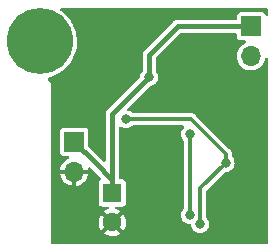
<source format=gbl>
%TF.GenerationSoftware,KiCad,Pcbnew,6.0.6-1.fc35*%
%TF.CreationDate,2022-07-22T15:55:32+02:00*%
%TF.ProjectId,NE555_OC,4e453535-355f-44f4-932e-6b696361645f,rev?*%
%TF.SameCoordinates,Original*%
%TF.FileFunction,Copper,L2,Bot*%
%TF.FilePolarity,Positive*%
%FSLAX46Y46*%
G04 Gerber Fmt 4.6, Leading zero omitted, Abs format (unit mm)*
G04 Created by KiCad (PCBNEW 6.0.6-1.fc35) date 2022-07-22 15:55:32*
%MOMM*%
%LPD*%
G01*
G04 APERTURE LIST*
%TA.AperFunction,ComponentPad*%
%ADD10R,1.700000X1.700000*%
%TD*%
%TA.AperFunction,ComponentPad*%
%ADD11O,1.700000X1.700000*%
%TD*%
%TA.AperFunction,ComponentPad*%
%ADD12C,5.600000*%
%TD*%
%TA.AperFunction,ComponentPad*%
%ADD13R,1.600000X1.600000*%
%TD*%
%TA.AperFunction,ComponentPad*%
%ADD14C,1.600000*%
%TD*%
%TA.AperFunction,ViaPad*%
%ADD15C,0.800000*%
%TD*%
%TA.AperFunction,Conductor*%
%ADD16C,0.406400*%
%TD*%
%TA.AperFunction,Conductor*%
%ADD17C,0.304800*%
%TD*%
G04 APERTURE END LIST*
D10*
%TO.P,J2,1,Pin_1*%
%TO.N,+24V*%
X64897000Y-78735000D03*
D11*
%TO.P,J2,2,Pin_2*%
%TO.N,Net-(D2-Pad2)*%
X64897000Y-81275000D03*
%TD*%
D10*
%TO.P,J1,1,Pin_1*%
%TO.N,+24V*%
X49911000Y-88514000D03*
D11*
%TO.P,J1,2,Pin_2*%
%TO.N,GND*%
X49911000Y-91054000D03*
%TD*%
D12*
%TO.P,ref1,1*%
%TO.N,N/C*%
X46990000Y-80010000D03*
%TD*%
D13*
%TO.P,C4,1*%
%TO.N,+24V*%
X53136800Y-92848421D03*
D14*
%TO.P,C4,2*%
%TO.N,GND*%
X53136800Y-95348421D03*
%TD*%
D15*
%TO.N,+24V*%
X56261000Y-83058000D03*
%TO.N,GND*%
X56261000Y-90297000D03*
X58928000Y-81026000D03*
X55245000Y-94107000D03*
%TO.N,+5V*%
X54305200Y-86614000D03*
X62738000Y-90297000D03*
X60579000Y-95504000D03*
%TO.N,Net-(D1-Pad1)*%
X59690000Y-94742000D03*
X59690000Y-87884000D03*
%TD*%
D16*
%TO.N,+24V*%
X53136800Y-92848421D02*
X53136800Y-91744800D01*
X53136800Y-91744800D02*
X53136800Y-86182200D01*
X51640700Y-90248700D02*
X53136800Y-91744800D01*
X56261000Y-81153000D02*
X58679000Y-78735000D01*
X56261000Y-83058000D02*
X56261000Y-81153000D01*
X53136800Y-86182200D02*
X56261000Y-83058000D01*
X51640700Y-90243700D02*
X49911000Y-88514000D01*
X51640700Y-90243700D02*
X51640700Y-90248700D01*
X58679000Y-78735000D02*
X64897000Y-78735000D01*
D17*
%TO.N,+5V*%
X60579000Y-92456000D02*
X62738000Y-90297000D01*
X62738000Y-90297000D02*
X62738000Y-89509600D01*
X60579000Y-95504000D02*
X60579000Y-92456000D01*
X62738000Y-89509600D02*
X59842400Y-86614000D01*
X59842400Y-86614000D02*
X54305200Y-86614000D01*
%TO.N,Net-(D1-Pad1)*%
X59690000Y-94742000D02*
X59690000Y-87884000D01*
%TD*%
%TA.AperFunction,Conductor*%
%TO.N,GND*%
G36*
X66266621Y-77205502D02*
G01*
X66313114Y-77259158D01*
X66324500Y-77311500D01*
X66324500Y-77723363D01*
X66304498Y-77791484D01*
X66250842Y-77837977D01*
X66180568Y-77848081D01*
X66115988Y-77818587D01*
X66085397Y-77778894D01*
X66040522Y-77687493D01*
X66040521Y-77687491D01*
X66035932Y-77678145D01*
X65953350Y-77595707D01*
X65848518Y-77544464D01*
X65818027Y-77540016D01*
X65784744Y-77535160D01*
X65784740Y-77535160D01*
X65780218Y-77534500D01*
X64013782Y-77534500D01*
X64009232Y-77535170D01*
X64009229Y-77535170D01*
X63954574Y-77543216D01*
X63954573Y-77543216D01*
X63944888Y-77544642D01*
X63932291Y-77550827D01*
X63849493Y-77591478D01*
X63849491Y-77591479D01*
X63840145Y-77596068D01*
X63757707Y-77678650D01*
X63706464Y-77783482D01*
X63696500Y-77851782D01*
X63696500Y-78055300D01*
X63676498Y-78123421D01*
X63622842Y-78169914D01*
X63570500Y-78181300D01*
X58694045Y-78181300D01*
X58688768Y-78181189D01*
X58685951Y-78181071D01*
X58626402Y-78178575D01*
X58608561Y-78182760D01*
X58583757Y-78188577D01*
X58572085Y-78190740D01*
X58559472Y-78192468D01*
X58528699Y-78196683D01*
X58520812Y-78200096D01*
X58520809Y-78200097D01*
X58514766Y-78202712D01*
X58493498Y-78209746D01*
X58487072Y-78211253D01*
X58487066Y-78211255D01*
X58478706Y-78213216D01*
X58440314Y-78234322D01*
X58429669Y-78239537D01*
X58389472Y-78256932D01*
X58382794Y-78262340D01*
X58377674Y-78266486D01*
X58359078Y-78278983D01*
X58345766Y-78286301D01*
X58337601Y-78293348D01*
X58312893Y-78318056D01*
X58303092Y-78326881D01*
X58271575Y-78352403D01*
X58260577Y-78367879D01*
X58246970Y-78383979D01*
X55880130Y-80750820D01*
X55876321Y-80754473D01*
X55830356Y-80796740D01*
X55807273Y-80833969D01*
X55800559Y-80843739D01*
X55779266Y-80871790D01*
X55779264Y-80871793D01*
X55774074Y-80878631D01*
X55770913Y-80886616D01*
X55768486Y-80892746D01*
X55758420Y-80912759D01*
X55750414Y-80925672D01*
X55748018Y-80933918D01*
X55748016Y-80933923D01*
X55738191Y-80967740D01*
X55734348Y-80978966D01*
X55718228Y-81019682D01*
X55717331Y-81028219D01*
X55716640Y-81034789D01*
X55712328Y-81056763D01*
X55708090Y-81071353D01*
X55707300Y-81082110D01*
X55707300Y-81117046D01*
X55706610Y-81130216D01*
X55702370Y-81170556D01*
X55703803Y-81179028D01*
X55703803Y-81179029D01*
X55705535Y-81189268D01*
X55707300Y-81210282D01*
X55707300Y-82498321D01*
X55687298Y-82566442D01*
X55680068Y-82576407D01*
X55675724Y-82580661D01*
X55671906Y-82586586D01*
X55671904Y-82586588D01*
X55630793Y-82650380D01*
X55584515Y-82722190D01*
X55526927Y-82880409D01*
X55526044Y-82887398D01*
X55526042Y-82887407D01*
X55513736Y-82984822D01*
X55485355Y-83049898D01*
X55477825Y-83058125D01*
X52755930Y-85780020D01*
X52752121Y-85783673D01*
X52706156Y-85825940D01*
X52683073Y-85863169D01*
X52676364Y-85872932D01*
X52667028Y-85885231D01*
X52655066Y-85900990D01*
X52655064Y-85900993D01*
X52649874Y-85907831D01*
X52646713Y-85915816D01*
X52644286Y-85921946D01*
X52634220Y-85941959D01*
X52626214Y-85954872D01*
X52623818Y-85963118D01*
X52623816Y-85963123D01*
X52613991Y-85996940D01*
X52610148Y-86008166D01*
X52594028Y-86048882D01*
X52593131Y-86057419D01*
X52592440Y-86063989D01*
X52588128Y-86085963D01*
X52583890Y-86100553D01*
X52583100Y-86111310D01*
X52583100Y-86146246D01*
X52582410Y-86159416D01*
X52578170Y-86199756D01*
X52579603Y-86208228D01*
X52579603Y-86208229D01*
X52581335Y-86218468D01*
X52583100Y-86239482D01*
X52583100Y-90103860D01*
X52563098Y-90171981D01*
X52509442Y-90218474D01*
X52439168Y-90228578D01*
X52374588Y-90199084D01*
X52368005Y-90192955D01*
X52103445Y-89928395D01*
X52091213Y-89913767D01*
X52089399Y-89910467D01*
X52082352Y-89902302D01*
X52057648Y-89877598D01*
X52048823Y-89867797D01*
X52028705Y-89842953D01*
X52028704Y-89842952D01*
X52023297Y-89836275D01*
X52016295Y-89831299D01*
X52016293Y-89831297D01*
X52007824Y-89825279D01*
X51991718Y-89811668D01*
X51148405Y-88968355D01*
X51114379Y-88906043D01*
X51111500Y-88879260D01*
X51111500Y-87630782D01*
X51102871Y-87572162D01*
X51102784Y-87571574D01*
X51102784Y-87571573D01*
X51101358Y-87561888D01*
X51049932Y-87457145D01*
X50967350Y-87374707D01*
X50954540Y-87368445D01*
X50910289Y-87346815D01*
X50862518Y-87323464D01*
X50832027Y-87319016D01*
X50798744Y-87314160D01*
X50798740Y-87314160D01*
X50794218Y-87313500D01*
X49027782Y-87313500D01*
X49023232Y-87314170D01*
X49023229Y-87314170D01*
X48968574Y-87322216D01*
X48968573Y-87322216D01*
X48958888Y-87323642D01*
X48916690Y-87344360D01*
X48863493Y-87370478D01*
X48863491Y-87370479D01*
X48854145Y-87375068D01*
X48771707Y-87457650D01*
X48720464Y-87562482D01*
X48710500Y-87630782D01*
X48710500Y-89397218D01*
X48711170Y-89401768D01*
X48711170Y-89401771D01*
X48719216Y-89456426D01*
X48720642Y-89466112D01*
X48772068Y-89570855D01*
X48854650Y-89653293D01*
X48959482Y-89704536D01*
X48989973Y-89708984D01*
X49023256Y-89713840D01*
X49023260Y-89713840D01*
X49027782Y-89714500D01*
X49369015Y-89714500D01*
X49437136Y-89734502D01*
X49483629Y-89788158D01*
X49493733Y-89858432D01*
X49464239Y-89923012D01*
X49412625Y-89958712D01*
X49397592Y-89964258D01*
X49387210Y-89969210D01*
X49207604Y-90076064D01*
X49198292Y-90082829D01*
X49041163Y-90220629D01*
X49033246Y-90228972D01*
X48903862Y-90393095D01*
X48897591Y-90402751D01*
X48800287Y-90587696D01*
X48795881Y-90598333D01*
X48733908Y-90797917D01*
X48731515Y-90809173D01*
X48725380Y-90861012D01*
X48727822Y-90875431D01*
X48740564Y-90879000D01*
X51081946Y-90879000D01*
X51096491Y-90874729D01*
X51098554Y-90862595D01*
X51096490Y-90840134D01*
X51094393Y-90828823D01*
X51090576Y-90815288D01*
X51091336Y-90744295D01*
X51130356Y-90684983D01*
X51195249Y-90656183D01*
X51265411Y-90667038D01*
X51300940Y-90691990D01*
X52165341Y-91556391D01*
X52199367Y-91618703D01*
X52194302Y-91689518D01*
X52151755Y-91746354D01*
X52147743Y-91748812D01*
X52147761Y-91748837D01*
X52139293Y-91754899D01*
X52129945Y-91759489D01*
X52047507Y-91842071D01*
X51996264Y-91946903D01*
X51986300Y-92015203D01*
X51986300Y-93681639D01*
X51986970Y-93686189D01*
X51986970Y-93686192D01*
X51995016Y-93740847D01*
X51996442Y-93750533D01*
X52047868Y-93855276D01*
X52130450Y-93937714D01*
X52235282Y-93988957D01*
X52265773Y-93993405D01*
X52299056Y-93998261D01*
X52299060Y-93998261D01*
X52303582Y-93998921D01*
X52766391Y-93998921D01*
X52834512Y-94018923D01*
X52881005Y-94072579D01*
X52891109Y-94142853D01*
X52861615Y-94207433D01*
X52810002Y-94243133D01*
X52645007Y-94304003D01*
X52634629Y-94308953D01*
X52464612Y-94410102D01*
X52458902Y-94419105D01*
X52464734Y-94428867D01*
X53123989Y-95088123D01*
X53137932Y-95095736D01*
X53139766Y-95095605D01*
X53146380Y-95091354D01*
X53806038Y-94431695D01*
X53812795Y-94419320D01*
X53806765Y-94411264D01*
X53666009Y-94322455D01*
X53655765Y-94317235D01*
X53467065Y-94241951D01*
X53411206Y-94198130D01*
X53387906Y-94131066D01*
X53404562Y-94062051D01*
X53455886Y-94012996D01*
X53513756Y-93998921D01*
X53970018Y-93998921D01*
X53974568Y-93998251D01*
X53974571Y-93998251D01*
X54029226Y-93990205D01*
X54029227Y-93990205D01*
X54038912Y-93988779D01*
X54133604Y-93942288D01*
X54134307Y-93941943D01*
X54134309Y-93941942D01*
X54143655Y-93937353D01*
X54226093Y-93854771D01*
X54277336Y-93749939D01*
X54287300Y-93681639D01*
X54287300Y-92015203D01*
X54278671Y-91956583D01*
X54278584Y-91955995D01*
X54278584Y-91955994D01*
X54277158Y-91946309D01*
X54225732Y-91841566D01*
X54143150Y-91759128D01*
X54038318Y-91707885D01*
X54007827Y-91703437D01*
X53974544Y-91698581D01*
X53974540Y-91698581D01*
X53970018Y-91697921D01*
X53816500Y-91697921D01*
X53748379Y-91677919D01*
X53701886Y-91624263D01*
X53690500Y-91571921D01*
X53690500Y-87341741D01*
X53710502Y-87273620D01*
X53764158Y-87227127D01*
X53834432Y-87217023D01*
X53885491Y-87236308D01*
X53964675Y-87288125D01*
X54122489Y-87346815D01*
X54129470Y-87347746D01*
X54129472Y-87347747D01*
X54175012Y-87353823D01*
X54289383Y-87369083D01*
X54296394Y-87368445D01*
X54296398Y-87368445D01*
X54450043Y-87354462D01*
X54457064Y-87353823D01*
X54463766Y-87351645D01*
X54463768Y-87351645D01*
X54610498Y-87303970D01*
X54610501Y-87303969D01*
X54617197Y-87301793D01*
X54761823Y-87215578D01*
X54766917Y-87210727D01*
X54766921Y-87210724D01*
X54828950Y-87151654D01*
X54892075Y-87119162D01*
X54915842Y-87116900D01*
X59091864Y-87116900D01*
X59159985Y-87136902D01*
X59206478Y-87190558D01*
X59216582Y-87260832D01*
X59187088Y-87325412D01*
X59180022Y-87332923D01*
X59109756Y-87401733D01*
X59104724Y-87406661D01*
X59013515Y-87548190D01*
X59011105Y-87554810D01*
X59011104Y-87554813D01*
X58985111Y-87626229D01*
X58955927Y-87706409D01*
X58934825Y-87873455D01*
X58951255Y-88041025D01*
X59004402Y-88200791D01*
X59091624Y-88344812D01*
X59120122Y-88374322D01*
X59151737Y-88407061D01*
X59184669Y-88469958D01*
X59187100Y-88494588D01*
X59187100Y-94131027D01*
X59167098Y-94199148D01*
X59149258Y-94221050D01*
X59126708Y-94243133D01*
X59104724Y-94264661D01*
X59013515Y-94406190D01*
X59011105Y-94412810D01*
X59011104Y-94412813D01*
X58984721Y-94485299D01*
X58955927Y-94564409D01*
X58934825Y-94731455D01*
X58935512Y-94738462D01*
X58935512Y-94738465D01*
X58944399Y-94829104D01*
X58951255Y-94899025D01*
X59004402Y-95058791D01*
X59008049Y-95064813D01*
X59008050Y-95064815D01*
X59072778Y-95171693D01*
X59091624Y-95202812D01*
X59208586Y-95323929D01*
X59214483Y-95327788D01*
X59343577Y-95412266D01*
X59343581Y-95412268D01*
X59349475Y-95416125D01*
X59507289Y-95474815D01*
X59514270Y-95475746D01*
X59514272Y-95475747D01*
X59566424Y-95482705D01*
X59674183Y-95497083D01*
X59681194Y-95496445D01*
X59681197Y-95496445D01*
X59691330Y-95495522D01*
X59698245Y-95494893D01*
X59767898Y-95508638D01*
X59819063Y-95557859D01*
X59835064Y-95608078D01*
X59840255Y-95661025D01*
X59893402Y-95820791D01*
X59897049Y-95826813D01*
X59897050Y-95826815D01*
X59959905Y-95930600D01*
X59980624Y-95964812D01*
X59985513Y-95969875D01*
X59985514Y-95969876D01*
X60012227Y-95997538D01*
X60097586Y-96085929D01*
X60103483Y-96089788D01*
X60232577Y-96174266D01*
X60232581Y-96174268D01*
X60238475Y-96178125D01*
X60396289Y-96236815D01*
X60403270Y-96237746D01*
X60403272Y-96237747D01*
X60448812Y-96243823D01*
X60563183Y-96259083D01*
X60570194Y-96258445D01*
X60570198Y-96258445D01*
X60723843Y-96244462D01*
X60730864Y-96243823D01*
X60737566Y-96241645D01*
X60737568Y-96241645D01*
X60884298Y-96193970D01*
X60884301Y-96193969D01*
X60890997Y-96191793D01*
X61035623Y-96105578D01*
X61040717Y-96100727D01*
X61040721Y-96100724D01*
X61152454Y-95994322D01*
X61152455Y-95994320D01*
X61157554Y-95989465D01*
X61173934Y-95964812D01*
X61246836Y-95855085D01*
X61250731Y-95849223D01*
X61260614Y-95823207D01*
X61308019Y-95698409D01*
X61310521Y-95691823D01*
X61333955Y-95525088D01*
X61334249Y-95504000D01*
X61331080Y-95475747D01*
X61316266Y-95343672D01*
X61316265Y-95343669D01*
X61315481Y-95336676D01*
X61260108Y-95177668D01*
X61170884Y-95034879D01*
X61118494Y-94982122D01*
X61084687Y-94919691D01*
X61081900Y-94893338D01*
X61081900Y-92716498D01*
X61101902Y-92648377D01*
X61118805Y-92627403D01*
X62659064Y-91087144D01*
X62721376Y-91053118D01*
X62736736Y-91050759D01*
X62889864Y-91036823D01*
X62896566Y-91034645D01*
X62896568Y-91034645D01*
X63043298Y-90986970D01*
X63043301Y-90986969D01*
X63049997Y-90984793D01*
X63194623Y-90898578D01*
X63199717Y-90893727D01*
X63199721Y-90893724D01*
X63311454Y-90787322D01*
X63311455Y-90787320D01*
X63316554Y-90782465D01*
X63409731Y-90642223D01*
X63469521Y-90484823D01*
X63492955Y-90318088D01*
X63493249Y-90297000D01*
X63485619Y-90228972D01*
X63475266Y-90136672D01*
X63475265Y-90136669D01*
X63474481Y-90129676D01*
X63419108Y-89970668D01*
X63329884Y-89827879D01*
X63311407Y-89809272D01*
X63277494Y-89775122D01*
X63243687Y-89712691D01*
X63240900Y-89686338D01*
X63240900Y-89580046D01*
X63242235Y-89568089D01*
X63241734Y-89568049D01*
X63242454Y-89559103D01*
X63244435Y-89550347D01*
X63241142Y-89497268D01*
X63240900Y-89489467D01*
X63240900Y-89473493D01*
X63239439Y-89463296D01*
X63238410Y-89453243D01*
X63236071Y-89415529D01*
X63236071Y-89415527D01*
X63235515Y-89406570D01*
X63232468Y-89398130D01*
X63231754Y-89394683D01*
X63227918Y-89379295D01*
X63226921Y-89375887D01*
X63225649Y-89367001D01*
X63221932Y-89358825D01*
X63206296Y-89324434D01*
X63202483Y-89315069D01*
X63189648Y-89279516D01*
X63186601Y-89271075D01*
X63181304Y-89263824D01*
X63179658Y-89260729D01*
X63171643Y-89247012D01*
X63169743Y-89244041D01*
X63166026Y-89235866D01*
X63135496Y-89200434D01*
X63129208Y-89192515D01*
X63124180Y-89185632D01*
X63124178Y-89185629D01*
X63121305Y-89181697D01*
X63110490Y-89170882D01*
X63104132Y-89164035D01*
X63077852Y-89133536D01*
X63071993Y-89126736D01*
X63064458Y-89121852D01*
X63057754Y-89116004D01*
X63046533Y-89106925D01*
X60247818Y-86308210D01*
X60240308Y-86298811D01*
X60239924Y-86299138D01*
X60234109Y-86292305D01*
X60229316Y-86284709D01*
X60222585Y-86278764D01*
X60222582Y-86278761D01*
X60189456Y-86249506D01*
X60183768Y-86244160D01*
X60172472Y-86232864D01*
X60168886Y-86230176D01*
X60168881Y-86230172D01*
X60164234Y-86226689D01*
X60156396Y-86220308D01*
X60128070Y-86195292D01*
X60121343Y-86189351D01*
X60113218Y-86185536D01*
X60110266Y-86183597D01*
X60096663Y-86175423D01*
X60093568Y-86173728D01*
X60086387Y-86168347D01*
X60042603Y-86151933D01*
X60033282Y-86148006D01*
X59999070Y-86131943D01*
X59999068Y-86131942D01*
X59990946Y-86128129D01*
X59982075Y-86126748D01*
X59978686Y-86125712D01*
X59963348Y-86121689D01*
X59959907Y-86120932D01*
X59951501Y-86117781D01*
X59930915Y-86116251D01*
X59904868Y-86114316D01*
X59894820Y-86113162D01*
X59886392Y-86111850D01*
X59886391Y-86111850D01*
X59881575Y-86111100D01*
X59866273Y-86111100D01*
X59856936Y-86110754D01*
X59849473Y-86110199D01*
X59807843Y-86107106D01*
X59799068Y-86108979D01*
X59790196Y-86109584D01*
X59775833Y-86111100D01*
X54915989Y-86111100D01*
X54847868Y-86091098D01*
X54826583Y-86073884D01*
X54783405Y-86030403D01*
X54783401Y-86030400D01*
X54778442Y-86025406D01*
X54636279Y-85935187D01*
X54477885Y-85878786D01*
X54420422Y-85837092D01*
X54394622Y-85770949D01*
X54408677Y-85701358D01*
X54431058Y-85670992D01*
X56261099Y-83840951D01*
X56323411Y-83806925D01*
X56338754Y-83804567D01*
X56412864Y-83797823D01*
X56444807Y-83787444D01*
X56566298Y-83747970D01*
X56566301Y-83747969D01*
X56572997Y-83745793D01*
X56717623Y-83659578D01*
X56722717Y-83654727D01*
X56722721Y-83654724D01*
X56834454Y-83548322D01*
X56834455Y-83548320D01*
X56839554Y-83543465D01*
X56932731Y-83403223D01*
X56992521Y-83245823D01*
X57007989Y-83135768D01*
X57015404Y-83083010D01*
X57015404Y-83083006D01*
X57015955Y-83079088D01*
X57016249Y-83058000D01*
X56997481Y-82890676D01*
X56942108Y-82731668D01*
X56852884Y-82588879D01*
X56847920Y-82583881D01*
X56843544Y-82578359D01*
X56845588Y-82576739D01*
X56817488Y-82524852D01*
X56814700Y-82498494D01*
X56814700Y-81434540D01*
X56834702Y-81366419D01*
X56851605Y-81345445D01*
X58871445Y-79325605D01*
X58933757Y-79291579D01*
X58960540Y-79288700D01*
X63570500Y-79288700D01*
X63638621Y-79308702D01*
X63685114Y-79362358D01*
X63696500Y-79414700D01*
X63696500Y-79618218D01*
X63697170Y-79622768D01*
X63697170Y-79622771D01*
X63700038Y-79642252D01*
X63706642Y-79687112D01*
X63758068Y-79791855D01*
X63840650Y-79874293D01*
X63945482Y-79925536D01*
X63975973Y-79929984D01*
X64009256Y-79934840D01*
X64009260Y-79934840D01*
X64013782Y-79935500D01*
X64353570Y-79935500D01*
X64421691Y-79955502D01*
X64468184Y-80009158D01*
X64478288Y-80079432D01*
X64448794Y-80144012D01*
X64397180Y-80179712D01*
X64388382Y-80182958D01*
X64377957Y-80186804D01*
X64188341Y-80299614D01*
X64022457Y-80445090D01*
X63885863Y-80618360D01*
X63783131Y-80813620D01*
X63717703Y-81024333D01*
X63691770Y-81243440D01*
X63706200Y-81463604D01*
X63707621Y-81469200D01*
X63707622Y-81469205D01*
X63752172Y-81644616D01*
X63760511Y-81677452D01*
X63762928Y-81682694D01*
X63762928Y-81682695D01*
X63801046Y-81765379D01*
X63852883Y-81877821D01*
X63980222Y-82058002D01*
X64138264Y-82211961D01*
X64143060Y-82215166D01*
X64143063Y-82215168D01*
X64227261Y-82271427D01*
X64321717Y-82334540D01*
X64327020Y-82336818D01*
X64327023Y-82336820D01*
X64519129Y-82419355D01*
X64524436Y-82421635D01*
X64604088Y-82439658D01*
X64733995Y-82469054D01*
X64734001Y-82469055D01*
X64739632Y-82470329D01*
X64745403Y-82470556D01*
X64745405Y-82470556D01*
X64813211Y-82473220D01*
X64960098Y-82478991D01*
X65069275Y-82463161D01*
X65172738Y-82448160D01*
X65172743Y-82448159D01*
X65178452Y-82447331D01*
X65183916Y-82445476D01*
X65183921Y-82445475D01*
X65381907Y-82378268D01*
X65381912Y-82378266D01*
X65387379Y-82376410D01*
X65579884Y-82268602D01*
X65749518Y-82127518D01*
X65823726Y-82038293D01*
X65886908Y-81962326D01*
X65886910Y-81962323D01*
X65890602Y-81957884D01*
X65998410Y-81765379D01*
X66000266Y-81759912D01*
X66000268Y-81759907D01*
X66067475Y-81561921D01*
X66067476Y-81561916D01*
X66069331Y-81556452D01*
X66070159Y-81550743D01*
X66070160Y-81550738D01*
X66073804Y-81525602D01*
X66103374Y-81461056D01*
X66163145Y-81422744D01*
X66234142Y-81422828D01*
X66293822Y-81461283D01*
X66323239Y-81525899D01*
X66324500Y-81543682D01*
X66324500Y-97059500D01*
X66304498Y-97127621D01*
X66250842Y-97174114D01*
X66198500Y-97185500D01*
X48101500Y-97185500D01*
X48033379Y-97165498D01*
X47986886Y-97111842D01*
X47975500Y-97059500D01*
X47975500Y-96275248D01*
X52462610Y-96275248D01*
X52472492Y-96287737D01*
X52580912Y-96360181D01*
X52591025Y-96365672D01*
X52774605Y-96444544D01*
X52785538Y-96448096D01*
X52980415Y-96492192D01*
X52991825Y-96493694D01*
X53191476Y-96501538D01*
X53202958Y-96500936D01*
X53400698Y-96472266D01*
X53411881Y-96469581D01*
X53601083Y-96405355D01*
X53611586Y-96400679D01*
X53785917Y-96303050D01*
X53795399Y-96296534D01*
X53804416Y-96289035D01*
X53812867Y-96276452D01*
X53806693Y-96265802D01*
X53149611Y-95608719D01*
X53135668Y-95601106D01*
X53133834Y-95601237D01*
X53127220Y-95605488D01*
X52468803Y-96263906D01*
X52462610Y-96275248D01*
X47975500Y-96275248D01*
X47975500Y-95323955D01*
X51982647Y-95323955D01*
X51995714Y-95523323D01*
X51997515Y-95534693D01*
X52046696Y-95728344D01*
X52050537Y-95739190D01*
X52134186Y-95920639D01*
X52139937Y-95930600D01*
X52198714Y-96013769D01*
X52209304Y-96022157D01*
X52222603Y-96015130D01*
X52876502Y-95361232D01*
X52882879Y-95349553D01*
X53389485Y-95349553D01*
X53389616Y-95351387D01*
X53393867Y-95358001D01*
X54053023Y-96017156D01*
X54066326Y-96024420D01*
X54076363Y-96017300D01*
X54084913Y-96007020D01*
X54091429Y-95997538D01*
X54189058Y-95823207D01*
X54193734Y-95812704D01*
X54257960Y-95623502D01*
X54260645Y-95612319D01*
X54289611Y-95412539D01*
X54290241Y-95405157D01*
X54291630Y-95352125D01*
X54291387Y-95344726D01*
X54272917Y-95143706D01*
X54270820Y-95132392D01*
X54216585Y-94940091D01*
X54212463Y-94929352D01*
X54124093Y-94750157D01*
X54118078Y-94740340D01*
X54075177Y-94682889D01*
X54063917Y-94674438D01*
X54051501Y-94681208D01*
X53397098Y-95335610D01*
X53389485Y-95349553D01*
X52882879Y-95349553D01*
X52884115Y-95347289D01*
X52883984Y-95345455D01*
X52879733Y-95338841D01*
X52221603Y-94680712D01*
X52208768Y-94673703D01*
X52198076Y-94681501D01*
X52171778Y-94714861D01*
X52165504Y-94724522D01*
X52072479Y-94901333D01*
X52068073Y-94911970D01*
X52008825Y-95102777D01*
X52006432Y-95114035D01*
X51982948Y-95312454D01*
X51982647Y-95323955D01*
X47975500Y-95323955D01*
X47975500Y-91242474D01*
X48721222Y-91242474D01*
X48722117Y-91248120D01*
X48773563Y-91450689D01*
X48777401Y-91461527D01*
X48864898Y-91651324D01*
X48870649Y-91661285D01*
X48991272Y-91831962D01*
X48998740Y-91840705D01*
X49148446Y-91986543D01*
X49157380Y-91993777D01*
X49331152Y-92109889D01*
X49341265Y-92115380D01*
X49533288Y-92197879D01*
X49544221Y-92201431D01*
X49718332Y-92240828D01*
X49732405Y-92239939D01*
X49736000Y-92230540D01*
X49736000Y-92223146D01*
X50086000Y-92223146D01*
X50089966Y-92236652D01*
X50103965Y-92238656D01*
X50186613Y-92226673D01*
X50197809Y-92223985D01*
X50395707Y-92156807D01*
X50406216Y-92152128D01*
X50588552Y-92050015D01*
X50598045Y-92043490D01*
X50758725Y-91909854D01*
X50766854Y-91901725D01*
X50900490Y-91741045D01*
X50907015Y-91731552D01*
X51009128Y-91549216D01*
X51013807Y-91538707D01*
X51080985Y-91340809D01*
X51083673Y-91329613D01*
X51095661Y-91246929D01*
X51093675Y-91232993D01*
X51080107Y-91229000D01*
X50104115Y-91229000D01*
X50088876Y-91233475D01*
X50087671Y-91234865D01*
X50086000Y-91242548D01*
X50086000Y-92223146D01*
X49736000Y-92223146D01*
X49736000Y-91247115D01*
X49731525Y-91231876D01*
X49730135Y-91230671D01*
X49722452Y-91229000D01*
X48737924Y-91229000D01*
X48722884Y-91233416D01*
X48721222Y-91242474D01*
X47975500Y-91242474D01*
X47975500Y-84253051D01*
X47975915Y-84244785D01*
X47978084Y-84236544D01*
X47977534Y-84226867D01*
X47977547Y-84226377D01*
X47977722Y-84224641D01*
X47977677Y-84221584D01*
X47979200Y-84165456D01*
X47982559Y-84041596D01*
X47959356Y-83848044D01*
X47957426Y-83840951D01*
X47909373Y-83664406D01*
X47908160Y-83659948D01*
X47830068Y-83481335D01*
X47827624Y-83477424D01*
X47827621Y-83477419D01*
X47729198Y-83319943D01*
X47729197Y-83319942D01*
X47726751Y-83316028D01*
X47688259Y-83270792D01*
X47659347Y-83205949D01*
X47670081Y-83135768D01*
X47717053Y-83082532D01*
X47752034Y-83067317D01*
X47961701Y-83011921D01*
X47961702Y-83011921D01*
X47965092Y-83011025D01*
X48293536Y-82883630D01*
X48605733Y-82720417D01*
X48897791Y-82523421D01*
X48927284Y-82498321D01*
X49163397Y-82297373D01*
X49163398Y-82297372D01*
X49166070Y-82295098D01*
X49244141Y-82211961D01*
X49404815Y-82040861D01*
X49404819Y-82040856D01*
X49407226Y-82038293D01*
X49409331Y-82035479D01*
X49409337Y-82035472D01*
X49616144Y-81759026D01*
X49618253Y-81756207D01*
X49796521Y-81452356D01*
X49939809Y-81130527D01*
X50046329Y-80794732D01*
X50114755Y-80449156D01*
X50115049Y-80445656D01*
X50144051Y-80100288D01*
X50144051Y-80100281D01*
X50144234Y-80098106D01*
X50145464Y-80010000D01*
X50144829Y-79998630D01*
X50125995Y-79661772D01*
X50125799Y-79658264D01*
X50108281Y-79554693D01*
X50067636Y-79314381D01*
X50067635Y-79314376D01*
X50067049Y-79310912D01*
X49969946Y-78972273D01*
X49923066Y-78858535D01*
X49837038Y-78649814D01*
X49837034Y-78649807D01*
X49835700Y-78646569D01*
X49682486Y-78367874D01*
X49667681Y-78340943D01*
X49667676Y-78340936D01*
X49665985Y-78337859D01*
X49652016Y-78318056D01*
X49464942Y-78052863D01*
X49462916Y-78049991D01*
X49229025Y-77786552D01*
X49017070Y-77595707D01*
X48969844Y-77553184D01*
X48969841Y-77553182D01*
X48967226Y-77550827D01*
X48964373Y-77548785D01*
X48964365Y-77548778D01*
X48776039Y-77413951D01*
X48732293Y-77358033D01*
X48725724Y-77287341D01*
X48758416Y-77224319D01*
X48819991Y-77188977D01*
X48849386Y-77185500D01*
X66198500Y-77185500D01*
X66266621Y-77205502D01*
G37*
%TD.AperFunction*%
%TD*%
M02*

</source>
